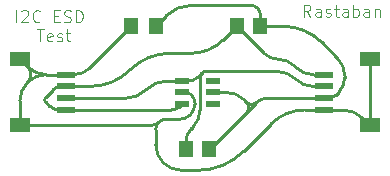
<source format=gbr>
%TF.GenerationSoftware,KiCad,Pcbnew,(6.0.6)*%
%TF.CreationDate,2022-11-09T12:37:34+01:00*%
%TF.ProjectId,i2c esd protection,69326320-6573-4642-9070-726f74656374,rev?*%
%TF.SameCoordinates,Original*%
%TF.FileFunction,Copper,L1,Top*%
%TF.FilePolarity,Positive*%
%FSLAX46Y46*%
G04 Gerber Fmt 4.6, Leading zero omitted, Abs format (unit mm)*
G04 Created by KiCad (PCBNEW (6.0.6)) date 2022-11-09 12:37:34*
%MOMM*%
%LPD*%
G01*
G04 APERTURE LIST*
%ADD10C,0.100000*%
%TA.AperFunction,NonConductor*%
%ADD11C,0.100000*%
%TD*%
%TA.AperFunction,SMDPad,CuDef*%
%ADD12R,1.200000X1.400000*%
%TD*%
%TA.AperFunction,SMDPad,CuDef*%
%ADD13R,1.550000X0.600000*%
%TD*%
%TA.AperFunction,SMDPad,CuDef*%
%ADD14R,1.800000X1.200000*%
%TD*%
%TA.AperFunction,SMDPad,CuDef*%
%ADD15R,1.150000X0.600000*%
%TD*%
%TA.AperFunction,SMDPad,CuDef*%
%ADD16R,1.175000X1.450000*%
%TD*%
%TA.AperFunction,Conductor*%
%ADD17C,0.250000*%
%TD*%
G04 APERTURE END LIST*
D10*
D11*
X165505142Y-77414380D02*
X165171809Y-76938190D01*
X164933714Y-77414380D02*
X164933714Y-76414380D01*
X165314666Y-76414380D01*
X165409904Y-76462000D01*
X165457523Y-76509619D01*
X165505142Y-76604857D01*
X165505142Y-76747714D01*
X165457523Y-76842952D01*
X165409904Y-76890571D01*
X165314666Y-76938190D01*
X164933714Y-76938190D01*
X166362285Y-77414380D02*
X166362285Y-76890571D01*
X166314666Y-76795333D01*
X166219428Y-76747714D01*
X166028952Y-76747714D01*
X165933714Y-76795333D01*
X166362285Y-77366761D02*
X166267047Y-77414380D01*
X166028952Y-77414380D01*
X165933714Y-77366761D01*
X165886095Y-77271523D01*
X165886095Y-77176285D01*
X165933714Y-77081047D01*
X166028952Y-77033428D01*
X166267047Y-77033428D01*
X166362285Y-76985809D01*
X166790857Y-77366761D02*
X166886095Y-77414380D01*
X167076571Y-77414380D01*
X167171809Y-77366761D01*
X167219428Y-77271523D01*
X167219428Y-77223904D01*
X167171809Y-77128666D01*
X167076571Y-77081047D01*
X166933714Y-77081047D01*
X166838476Y-77033428D01*
X166790857Y-76938190D01*
X166790857Y-76890571D01*
X166838476Y-76795333D01*
X166933714Y-76747714D01*
X167076571Y-76747714D01*
X167171809Y-76795333D01*
X167505142Y-76747714D02*
X167886095Y-76747714D01*
X167648000Y-76414380D02*
X167648000Y-77271523D01*
X167695619Y-77366761D01*
X167790857Y-77414380D01*
X167886095Y-77414380D01*
X168648000Y-77414380D02*
X168648000Y-76890571D01*
X168600380Y-76795333D01*
X168505142Y-76747714D01*
X168314666Y-76747714D01*
X168219428Y-76795333D01*
X168648000Y-77366761D02*
X168552761Y-77414380D01*
X168314666Y-77414380D01*
X168219428Y-77366761D01*
X168171809Y-77271523D01*
X168171809Y-77176285D01*
X168219428Y-77081047D01*
X168314666Y-77033428D01*
X168552761Y-77033428D01*
X168648000Y-76985809D01*
X169124190Y-77414380D02*
X169124190Y-76414380D01*
X169124190Y-76795333D02*
X169219428Y-76747714D01*
X169409904Y-76747714D01*
X169505142Y-76795333D01*
X169552761Y-76842952D01*
X169600380Y-76938190D01*
X169600380Y-77223904D01*
X169552761Y-77319142D01*
X169505142Y-77366761D01*
X169409904Y-77414380D01*
X169219428Y-77414380D01*
X169124190Y-77366761D01*
X170457523Y-77414380D02*
X170457523Y-76890571D01*
X170409904Y-76795333D01*
X170314666Y-76747714D01*
X170124190Y-76747714D01*
X170028952Y-76795333D01*
X170457523Y-77366761D02*
X170362285Y-77414380D01*
X170124190Y-77414380D01*
X170028952Y-77366761D01*
X169981333Y-77271523D01*
X169981333Y-77176285D01*
X170028952Y-77081047D01*
X170124190Y-77033428D01*
X170362285Y-77033428D01*
X170457523Y-76985809D01*
X170933714Y-76747714D02*
X170933714Y-77414380D01*
X170933714Y-76842952D02*
X170981333Y-76795333D01*
X171076571Y-76747714D01*
X171219428Y-76747714D01*
X171314666Y-76795333D01*
X171362285Y-76890571D01*
X171362285Y-77414380D01*
D10*
D11*
X140597333Y-77879380D02*
X140597333Y-76879380D01*
X141025904Y-76974619D02*
X141073523Y-76927000D01*
X141168761Y-76879380D01*
X141406857Y-76879380D01*
X141502095Y-76927000D01*
X141549714Y-76974619D01*
X141597333Y-77069857D01*
X141597333Y-77165095D01*
X141549714Y-77307952D01*
X140978285Y-77879380D01*
X141597333Y-77879380D01*
X142597333Y-77784142D02*
X142549714Y-77831761D01*
X142406857Y-77879380D01*
X142311619Y-77879380D01*
X142168761Y-77831761D01*
X142073523Y-77736523D01*
X142025904Y-77641285D01*
X141978285Y-77450809D01*
X141978285Y-77307952D01*
X142025904Y-77117476D01*
X142073523Y-77022238D01*
X142168761Y-76927000D01*
X142311619Y-76879380D01*
X142406857Y-76879380D01*
X142549714Y-76927000D01*
X142597333Y-76974619D01*
X143787809Y-77355571D02*
X144121142Y-77355571D01*
X144264000Y-77879380D02*
X143787809Y-77879380D01*
X143787809Y-76879380D01*
X144264000Y-76879380D01*
X144644952Y-77831761D02*
X144787809Y-77879380D01*
X145025904Y-77879380D01*
X145121142Y-77831761D01*
X145168761Y-77784142D01*
X145216380Y-77688904D01*
X145216380Y-77593666D01*
X145168761Y-77498428D01*
X145121142Y-77450809D01*
X145025904Y-77403190D01*
X144835428Y-77355571D01*
X144740190Y-77307952D01*
X144692571Y-77260333D01*
X144644952Y-77165095D01*
X144644952Y-77069857D01*
X144692571Y-76974619D01*
X144740190Y-76927000D01*
X144835428Y-76879380D01*
X145073523Y-76879380D01*
X145216380Y-76927000D01*
X145644952Y-77879380D02*
X145644952Y-76879380D01*
X145883047Y-76879380D01*
X146025904Y-76927000D01*
X146121142Y-77022238D01*
X146168761Y-77117476D01*
X146216380Y-77307952D01*
X146216380Y-77450809D01*
X146168761Y-77641285D01*
X146121142Y-77736523D01*
X146025904Y-77831761D01*
X145883047Y-77879380D01*
X145644952Y-77879380D01*
X142359238Y-78489380D02*
X142930666Y-78489380D01*
X142644952Y-79489380D02*
X142644952Y-78489380D01*
X143644952Y-79441761D02*
X143549714Y-79489380D01*
X143359238Y-79489380D01*
X143264000Y-79441761D01*
X143216380Y-79346523D01*
X143216380Y-78965571D01*
X143264000Y-78870333D01*
X143359238Y-78822714D01*
X143549714Y-78822714D01*
X143644952Y-78870333D01*
X143692571Y-78965571D01*
X143692571Y-79060809D01*
X143216380Y-79156047D01*
X144073523Y-79441761D02*
X144168761Y-79489380D01*
X144359238Y-79489380D01*
X144454476Y-79441761D01*
X144502095Y-79346523D01*
X144502095Y-79298904D01*
X144454476Y-79203666D01*
X144359238Y-79156047D01*
X144216380Y-79156047D01*
X144121142Y-79108428D01*
X144073523Y-79013190D01*
X144073523Y-78965571D01*
X144121142Y-78870333D01*
X144216380Y-78822714D01*
X144359238Y-78822714D01*
X144454476Y-78870333D01*
X144787809Y-78822714D02*
X145168761Y-78822714D01*
X144930666Y-78489380D02*
X144930666Y-79346523D01*
X144978285Y-79441761D01*
X145073523Y-79489380D01*
X145168761Y-79489380D01*
D12*
%TO.P,R2,1*%
%TO.N,3.3V+*%
X156956000Y-88646000D03*
%TO.P,R2,2*%
%TO.N,Net-(D1-Pad1)*%
X154956000Y-88646000D03*
%TD*%
%TO.P,R1,1*%
%TO.N,Net-(D1-Pad3)*%
X159274000Y-78232000D03*
%TO.P,R1,2*%
%TO.N,3.3V+*%
X161274000Y-78232000D03*
%TD*%
D13*
%TO.P,J2,4,4*%
%TO.N,Net-(D1-Pad3)*%
X144780000Y-85320000D03*
%TO.P,J2,3,3*%
%TO.N,Net-(D1-Pad1)*%
X144780000Y-84320000D03*
%TO.P,J2,2,2*%
%TO.N,Net-(D1-Pad3)*%
X144780000Y-83320000D03*
%TO.P,J2,1,1*%
%TO.N,GND*%
X144780000Y-82320000D03*
D14*
%TO.P,J2,S1,SHIELD*%
X140905000Y-81020000D03*
%TO.P,J2,S2,SHIELD*%
X140905000Y-86620000D03*
%TD*%
D13*
%TO.P,J1,4,4*%
%TO.N,Net-(D1-Pad3)*%
X166656000Y-82320000D03*
%TO.P,J1,3,3*%
%TO.N,Net-(D1-Pad1)*%
X166656000Y-83320000D03*
%TO.P,J1,2,2*%
%TO.N,3.3V+*%
X166656000Y-84320000D03*
%TO.P,J1,1,1*%
%TO.N,GND*%
X166656000Y-85320000D03*
D14*
%TO.P,J1,S1,SHIELD*%
X170531000Y-86620000D03*
%TO.P,J1,S2,SHIELD*%
X170531000Y-81020000D03*
%TD*%
D15*
%TO.P,D1,6,I/O4*%
%TO.N,unconnected-(D1-Pad6)*%
X157256000Y-82870000D03*
%TO.P,D1,5,VCC*%
%TO.N,3.3V+*%
X157256000Y-83820000D03*
%TO.P,D1,4,I/O3*%
%TO.N,unconnected-(D1-Pad4)*%
X157256000Y-84770000D03*
%TO.P,D1,3,I/O2*%
%TO.N,Net-(D1-Pad3)*%
X154656000Y-84770000D03*
%TO.P,D1,2,VSS*%
%TO.N,GND*%
X154656000Y-83820000D03*
%TO.P,D1,1,I/O1*%
%TO.N,Net-(D1-Pad1)*%
X154656000Y-82870000D03*
%TD*%
D16*
%TO.P,C1,2*%
%TO.N,GND*%
X150346500Y-78232000D03*
%TO.P,C1,1*%
%TO.N,3.3V+*%
X152421500Y-78232000D03*
%TD*%
D17*
%TO.N,Net-(D1-Pad3)*%
X150236996Y-81918996D02*
G75*
G02*
X153619313Y-80518000I3382304J-3382304D01*
G01*
X146854686Y-83319994D02*
G75*
G03*
X150237000Y-81919000I14J4783294D01*
G01*
X162822000Y-81025996D02*
G75*
G02*
X164109157Y-81559159I0J-1820304D01*
G01*
X153717091Y-85319996D02*
G75*
G03*
X154381000Y-85045000I9J938896D01*
G01*
X143002000Y-84447500D02*
G75*
G02*
X143086499Y-84243500I288500J0D01*
G01*
X165763000Y-82319997D02*
G75*
G02*
X164238554Y-81688552I0J2155897D01*
G01*
X143737758Y-83592231D02*
G75*
G02*
X144395000Y-83320000I657242J-657269D01*
G01*
X155371553Y-80518022D02*
G75*
G03*
X158131000Y-79375000I-53J3902522D01*
G01*
X144267500Y-85319995D02*
G75*
G02*
X143392607Y-84957607I0J1237295D01*
G01*
X143086499Y-84651499D02*
G75*
G02*
X143002000Y-84447500I204001J203999D01*
G01*
X162822000Y-81026004D02*
G75*
G02*
X161534842Y-80492840I0J1820304D01*
G01*
X145165000Y-83320000D02*
X144395000Y-83320000D01*
%TO.N,Net-(D1-Pad1)*%
X156410010Y-82096010D02*
G75*
G02*
X156540367Y-82042000I130390J-130390D01*
G01*
X155554000Y-86762000D02*
G75*
G03*
X156152000Y-85318300I-1443700J1443700D01*
G01*
X156152021Y-82498249D02*
G75*
G02*
X156254000Y-82252000I348179J49D01*
G01*
X165755000Y-83320001D02*
G75*
G02*
X164216897Y-82682895I0J2175201D01*
G01*
X151608999Y-83594999D02*
G75*
G02*
X153359304Y-82870000I1750301J-1750301D01*
G01*
X156301999Y-82203999D02*
G75*
G02*
X156302000Y-82204000I0J-1D01*
G01*
X149858695Y-84319997D02*
G75*
G03*
X151608999Y-83594999I5J2475297D01*
G01*
X155146000Y-82869988D02*
G75*
G03*
X155982481Y-82523516I0J1182988D01*
G01*
X162672317Y-82041993D02*
G75*
G02*
X164215000Y-82681000I-17J-2181707D01*
G01*
X154955988Y-88003000D02*
G75*
G02*
X155410669Y-86905330I1552312J0D01*
G01*
X155146000Y-82870000D02*
X154166000Y-82870000D01*
X156301999Y-82203999D02*
X156410000Y-82096000D01*
X156410000Y-82096000D02*
X156302000Y-82204000D01*
%TO.N,GND*%
X141554999Y-81670001D02*
G75*
G02*
X141554999Y-82969999I-649999J-649999D01*
G01*
X141554989Y-82969989D02*
G75*
G02*
X143124238Y-82320000I1569211J-1569211D01*
G01*
X143124238Y-82319983D02*
G75*
G02*
X141555001Y-81669999I-38J2219183D01*
G01*
X154401184Y-86105992D02*
G75*
G03*
X155320999Y-85724999I16J1300792D01*
G01*
X153034992Y-89789008D02*
G75*
G02*
X152400000Y-88255974I1533008J1533008D01*
G01*
X155701995Y-84687210D02*
G75*
G03*
X155447999Y-84074001I-867195J10D01*
G01*
X152400005Y-86973210D02*
G75*
G02*
X152654001Y-86360001I867195J10D01*
G01*
X162175743Y-86490266D02*
G75*
G02*
X165001000Y-85320000I2825257J-2825234D01*
G01*
X155342785Y-85703206D02*
G75*
G03*
X155702000Y-84836000I-867185J867206D01*
G01*
X168311761Y-85320017D02*
G75*
G02*
X169880999Y-85970001I39J-2219183D01*
G01*
X154925000Y-83819994D02*
G75*
G02*
X155384210Y-84010212I0J-649406D01*
G01*
X155956000Y-90423997D02*
G75*
G03*
X159858446Y-88807553I0J5518897D01*
G01*
X145519250Y-82320036D02*
G75*
G03*
X146781227Y-81797270I-50J1784736D01*
G01*
X152030547Y-86620019D02*
G75*
G03*
X152651000Y-86363000I-47J877519D01*
G01*
X153267210Y-86106005D02*
G75*
G03*
X152654001Y-86360001I-10J-867195D01*
G01*
X152654000Y-86360000D02*
G75*
G02*
X152654000Y-86360000I0J0D01*
G01*
X152653997Y-86359997D02*
G75*
G02*
X153267210Y-86106000I613203J-613203D01*
G01*
X140905017Y-84539238D02*
G75*
G02*
X141555001Y-82970001I2219183J38D01*
G01*
X154568025Y-90423989D02*
G75*
G02*
X153035000Y-89789000I-25J2167989D01*
G01*
X145519250Y-82320000D02*
X144040750Y-82320000D01*
%TO.N,3.3V+*%
X152421549Y-78221250D02*
G75*
G02*
X152429101Y-78202898I25951J50D01*
G01*
X158359974Y-83820011D02*
G75*
G02*
X159893000Y-84455000I26J-2167989D01*
G01*
X168401983Y-82416500D02*
G75*
G03*
X167777978Y-80909978I-2130583J0D01*
G01*
X167891487Y-83809487D02*
G75*
G03*
X168402000Y-82577043I-1232487J1232487D01*
G01*
X156964000Y-88646003D02*
G75*
G03*
X156977656Y-88640343I0J19303D01*
G01*
X160143000Y-84705000D02*
G75*
G02*
X160143000Y-85475000I-385000J-385000D01*
G01*
X160912999Y-84704999D02*
G75*
G02*
X160143001Y-84704999I-384999J385000D01*
G01*
X161274001Y-77293896D02*
G75*
G03*
X161028000Y-76700000I-839901J-4D01*
G01*
X160434103Y-76453999D02*
G75*
G02*
X161028000Y-76700000I-3J-839901D01*
G01*
X153299740Y-77332240D02*
G75*
G02*
X155420033Y-76454000I2120260J-2120260D01*
G01*
X163187000Y-78232003D02*
G75*
G02*
X166452695Y-79584695I0J-4618397D01*
G01*
X167018500Y-84319985D02*
G75*
G03*
X167637326Y-84063673I0J875185D01*
G01*
X160913008Y-84705008D02*
G75*
G02*
X161842472Y-84320000I929492J-929492D01*
G01*
X160913000Y-84705000D02*
X160143000Y-85475000D01*
X167018500Y-84320000D02*
X166293500Y-84320000D01*
%TO.N,Net-(D1-Pad1)*%
X156254000Y-82252000D02*
X156302000Y-82204000D01*
X155553999Y-86761999D02*
X155410669Y-86905330D01*
X156152000Y-85318300D02*
X156152000Y-82498249D01*
X154956000Y-88003000D02*
X154956000Y-88646000D01*
%TO.N,Net-(D1-Pad3)*%
X159274000Y-78232000D02*
X158131000Y-79375000D01*
X153619313Y-80518000D02*
X155371553Y-80518000D01*
X146854686Y-83320000D02*
X145165000Y-83320000D01*
%TO.N,Net-(D1-Pad1)*%
X156301999Y-82203999D02*
X155982482Y-82523517D01*
%TO.N,3.3V+*%
X161274000Y-78232000D02*
X161274000Y-77293896D01*
X152429101Y-78202898D02*
X153299750Y-77332250D01*
X160434103Y-76454000D02*
X155420033Y-76454000D01*
X152421500Y-78221250D02*
X152421500Y-78232000D01*
X166293500Y-84320000D02*
X161842472Y-84320000D01*
X156964000Y-88646000D02*
X156956000Y-88646000D01*
X156977656Y-88640343D02*
X160143000Y-85475000D01*
X159893000Y-84455000D02*
X160143000Y-84705000D01*
X158359974Y-83820000D02*
X157256000Y-83820000D01*
%TO.N,GND*%
X140905000Y-86620000D02*
X152030547Y-86620000D01*
X152651000Y-86363000D02*
X152654000Y-86360000D01*
%TO.N,Net-(D1-Pad3)*%
X154381000Y-85045000D02*
X154656000Y-84770000D01*
X153717091Y-85320000D02*
X144780000Y-85320000D01*
%TO.N,GND*%
X154925000Y-83820000D02*
X154656000Y-83820000D01*
X155448000Y-84074000D02*
X155384211Y-84010211D01*
X155702000Y-84687210D02*
X155702000Y-84836000D01*
X155320999Y-85724999D02*
X155342789Y-85703210D01*
X154401184Y-86106000D02*
X153267210Y-86106000D01*
X152400000Y-88255974D02*
X152400000Y-86973210D01*
X155956000Y-90424000D02*
X154568025Y-90424000D01*
X162175738Y-86490261D02*
X159858446Y-88807553D01*
X165001000Y-85320000D02*
X166656000Y-85320000D01*
X170531000Y-86620000D02*
X169881000Y-85970000D01*
X168311761Y-85320000D02*
X166656000Y-85320000D01*
X170531000Y-86620000D02*
X170531000Y-81020000D01*
%TO.N,3.3V+*%
X167777978Y-80909978D02*
X166452695Y-79584695D01*
X167891499Y-83809499D02*
X167637326Y-84063673D01*
X161274000Y-78232000D02*
X163187000Y-78232000D01*
X168402000Y-82416500D02*
X168402000Y-82577043D01*
%TO.N,Net-(D1-Pad3)*%
X164109158Y-81559158D02*
X164238553Y-81688553D01*
X165763000Y-82320000D02*
X166656000Y-82320000D01*
X159274000Y-78232000D02*
X161534841Y-80492841D01*
%TO.N,Net-(D1-Pad1)*%
X165755000Y-83320000D02*
X166656000Y-83320000D01*
X164216896Y-82682896D02*
X164215000Y-82681000D01*
X156540367Y-82042000D02*
X162672317Y-82042000D01*
X154166000Y-82870000D02*
X153359304Y-82870000D01*
X149858695Y-84320000D02*
X144780000Y-84320000D01*
%TO.N,GND*%
X140905000Y-86620000D02*
X140905000Y-84539238D01*
X141555000Y-81670000D02*
X140905000Y-81020000D01*
X143124238Y-82320000D02*
X144040750Y-82320000D01*
X146781228Y-81797271D02*
X150346500Y-78232000D01*
%TO.N,Net-(D1-Pad3)*%
X143086499Y-84243500D02*
X143737763Y-83592236D01*
X143392607Y-84957607D02*
X143086499Y-84651499D01*
X144267500Y-85320000D02*
X144780000Y-85320000D01*
%TD*%
M02*

</source>
